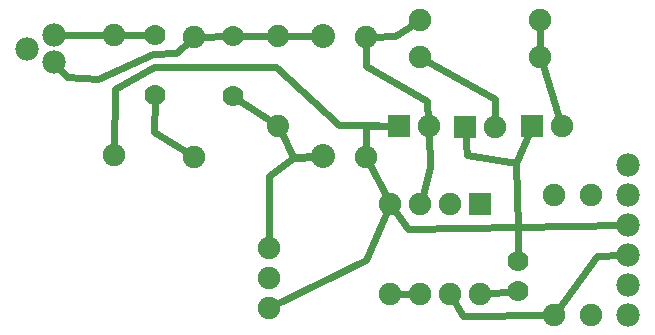
<source format=gtl>
G04 MADE WITH FRITZING*
G04 WWW.FRITZING.ORG*
G04 DOUBLE SIDED*
G04 HOLES PLATED*
G04 CONTOUR ON CENTER OF CONTOUR VECTOR*
%ASAXBY*%
%FSLAX23Y23*%
%MOIN*%
%OFA0B0*%
%SFA1.0B1.0*%
%ADD10C,0.075000*%
%ADD11C,0.078000*%
%ADD12C,0.037953*%
%ADD13C,0.070000*%
%ADD14C,0.074000*%
%ADD15C,0.080000*%
%ADD16R,0.075000X0.075000*%
%ADD17C,0.024000*%
%LNCOPPER1*%
G90*
G70*
G54D10*
X882Y351D03*
X882Y251D03*
X882Y151D03*
G54D11*
X77Y1015D03*
X167Y1060D03*
X167Y969D03*
G54D12*
X77Y1015D03*
X167Y1060D03*
X167Y969D03*
G54D10*
X1587Y497D03*
X1587Y197D03*
X1487Y497D03*
X1487Y197D03*
X1387Y497D03*
X1387Y197D03*
X1287Y497D03*
X1287Y197D03*
X366Y659D03*
X366Y1059D03*
G54D13*
X504Y860D03*
X504Y1060D03*
G54D10*
X634Y655D03*
X634Y1055D03*
G54D13*
X764Y856D03*
X764Y1056D03*
G54D14*
X913Y757D03*
X913Y1057D03*
X913Y757D03*
X913Y1057D03*
G54D15*
X1063Y656D03*
X1063Y1056D03*
G54D10*
X1205Y655D03*
X1205Y1055D03*
X1386Y1112D03*
X1786Y1112D03*
X1386Y986D03*
X1786Y986D03*
X1760Y757D03*
X1860Y757D03*
X1535Y753D03*
X1635Y753D03*
X1315Y757D03*
X1415Y757D03*
G54D13*
X1713Y206D03*
X1713Y306D03*
G54D10*
X1957Y127D03*
X1957Y527D03*
X1831Y127D03*
X1831Y527D03*
G54D11*
X2079Y626D03*
X2079Y526D03*
X2079Y426D03*
X2079Y326D03*
X2079Y226D03*
X2079Y126D03*
G54D16*
X1587Y497D03*
X1760Y757D03*
X1535Y753D03*
X1315Y757D03*
G54D17*
X1528Y124D02*
X1495Y182D01*
D02*
X1813Y127D02*
X1528Y124D01*
D02*
X1369Y197D02*
X1304Y197D01*
D02*
X1418Y619D02*
X1391Y514D01*
D02*
X1415Y740D02*
X1418Y619D01*
D02*
X1205Y761D02*
X1297Y758D01*
D02*
X1205Y672D02*
X1205Y761D01*
D02*
X500Y738D02*
X503Y845D01*
D02*
X619Y664D02*
X500Y738D01*
D02*
X776Y847D02*
X899Y767D01*
D02*
X1705Y634D02*
X1753Y741D01*
D02*
X1786Y1003D02*
X1786Y1094D01*
D02*
X1791Y969D02*
X1854Y774D01*
D02*
X1544Y659D02*
X1537Y736D01*
D02*
X1705Y634D02*
X1544Y659D01*
D02*
X1713Y419D02*
X1705Y634D01*
D02*
X1713Y419D02*
X1713Y321D01*
D02*
X1713Y419D02*
X2060Y426D01*
D02*
X1346Y415D02*
X1713Y419D01*
D02*
X1297Y483D02*
X1346Y415D01*
D02*
X1205Y311D02*
X1280Y481D01*
D02*
X898Y159D02*
X1205Y311D01*
D02*
X1698Y205D02*
X1604Y199D01*
D02*
X1977Y324D02*
X2060Y326D01*
D02*
X1841Y141D02*
X1977Y324D01*
D02*
X349Y1059D02*
X186Y1060D01*
D02*
X489Y1059D02*
X384Y1059D01*
D02*
X209Y919D02*
X179Y955D01*
D02*
X311Y915D02*
X209Y919D01*
D02*
X574Y1001D02*
X496Y997D01*
D02*
X496Y997D02*
X311Y915D01*
D02*
X621Y1043D02*
X574Y1001D01*
D02*
X749Y1056D02*
X651Y1055D01*
D02*
X896Y1057D02*
X779Y1056D01*
D02*
X1043Y1056D02*
X931Y1057D01*
D02*
X1303Y1057D02*
X1222Y1055D01*
D02*
X1371Y1102D02*
X1303Y1057D01*
D02*
X1635Y848D02*
X1401Y977D01*
D02*
X1635Y771D02*
X1635Y848D01*
D02*
X1409Y839D02*
X1205Y958D01*
D02*
X1205Y958D02*
X1205Y1037D01*
D02*
X1414Y775D02*
X1409Y839D01*
D02*
X370Y882D02*
X500Y955D01*
D02*
X906Y955D02*
X1117Y761D01*
D02*
X500Y955D02*
X906Y955D01*
D02*
X1117Y761D02*
X1297Y758D01*
D02*
X366Y676D02*
X370Y882D01*
D02*
X1279Y513D02*
X1213Y639D01*
D02*
X964Y650D02*
X1043Y655D01*
D02*
X882Y592D02*
X964Y650D01*
D02*
X882Y368D02*
X882Y592D01*
D02*
X964Y655D02*
X921Y741D01*
D02*
X1043Y656D02*
X964Y655D01*
G04 End of Copper1*
M02*
</source>
